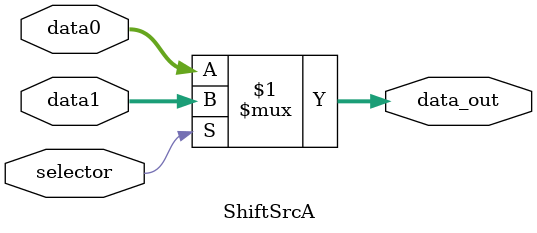
<source format=v>
module ShiftSrcA (
    input wire selector,
    input wire [31:0] data0,
    input wire [31:0] data1,

    output wire [31:0] data_out
);
    
    assign data_out = (selector) ? data1 : data0;

endmodule
</source>
